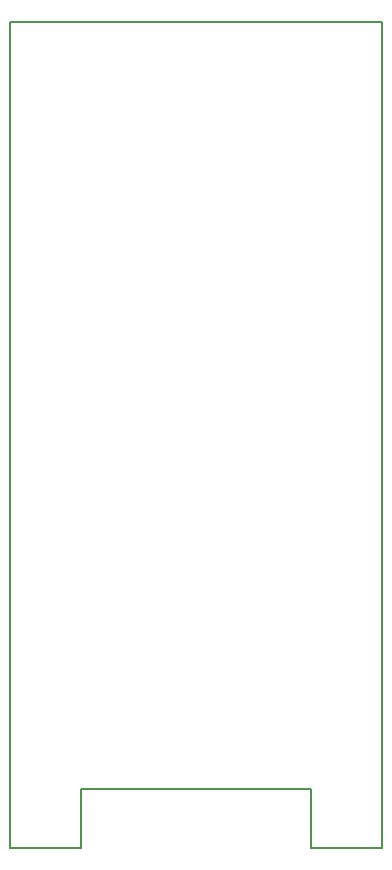
<source format=gm1>
G04 #@! TF.GenerationSoftware,KiCad,Pcbnew,5.0.2-bee76a0~70~ubuntu16.04.1*
G04 #@! TF.CreationDate,2020-11-05T23:54:09+01:00*
G04 #@! TF.ProjectId,BTSerialClient,42545365-7269-4616-9c43-6c69656e742e,rev?*
G04 #@! TF.SameCoordinates,Original*
G04 #@! TF.FileFunction,Profile,NP*
%FSLAX46Y46*%
G04 Gerber Fmt 4.6, Leading zero omitted, Abs format (unit mm)*
G04 Created by KiCad (PCBNEW 5.0.2-bee76a0~70~ubuntu16.04.1) date tor  5 nov 2020 23:54:09*
%MOMM*%
%LPD*%
G01*
G04 APERTURE LIST*
%ADD10C,0.150000*%
G04 APERTURE END LIST*
D10*
X136900000Y-35000000D02*
X136900000Y-105000000D01*
X130900000Y-105000000D02*
X136900000Y-105000000D01*
X105400000Y-105000000D02*
X111400000Y-105000000D01*
X130900000Y-100000000D02*
X130900000Y-105000000D01*
X111400000Y-100000000D02*
X111400000Y-105000000D01*
X105400000Y-35000000D02*
X136900000Y-35000000D01*
X111400000Y-100000000D02*
X130900000Y-100000000D01*
X105400000Y-35000000D02*
X105400000Y-105000000D01*
M02*

</source>
